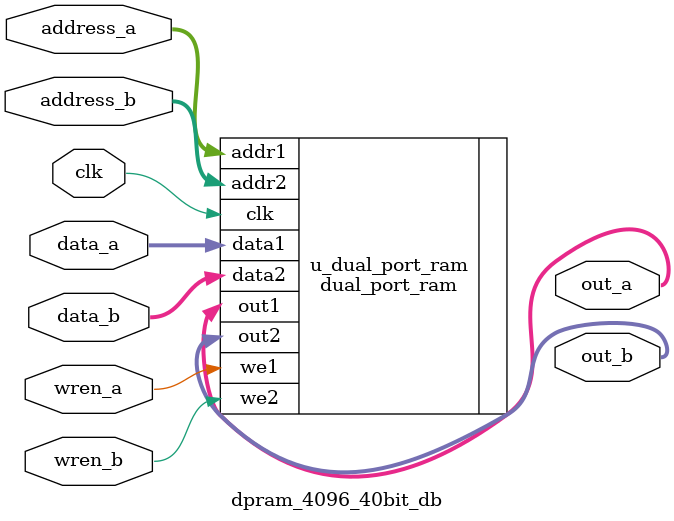
<source format=v>
module dbram_4096_40bit (
    clk,
    address_a,
    address_b,
    wren_a,
    wren_b,
    data_a,
    data_b,
    out_a,
    out_b
); 

parameter AWIDTH=12;
parameter NUM_WORDS=4096;
parameter DWIDTH=40;
input clk;
input [(AWIDTH-1):0] address_a;
input [(AWIDTH-1):0] address_b;
input  wren_a;
input  wren_b;
input [(DWIDTH-1):0] data_a;
input [(DWIDTH-1):0] data_b;
output reg [(DWIDTH-1):0] out_a;
output reg [(DWIDTH-1):0] out_b;

reg count; 

always@(posedge clk) begin 

if (reset) begin 
	count <= 1'b0; 
end
else begin 
	count <= count + 1'b1; 
end

end

wire [(AWIDTH-1):0] address_a1,address_a2;
wire [(AWIDTH-1):0] address_b1,address_b2;
wire  wren_a1,wren_a2;
wire  wren_b1,wren_b2;
wire [(DWIDTH-1):0] data_a1,data_a2;
wire [(DWIDTH-1):0] data_b1,data_b2;
wire [(DWIDTH-1):0] out_a1,out_a2;
wire [(DWIDTH-1):0] out_b1,out_b2;

assign address_a = count?address_a1:address_a2; 
assign address_b = count?address_b1:address_b2;
assign wren_a = count?wren_a1:wren_a2;
assign wren_b = count?wren_b1:wren_b2;
assign data_a = count?data_a1:data_a2;
assign data_b = count?data_b1:data_b2;
assign out_a = count?out_a1:out_a2;
assign out_b = count?out_b1:out_b2;

dpram_4096_40bit_db inst1(.clk(clk),.address_a(address_a1),.address_b(address_b1),.wren_a(wren_a1),.wren_b(wren_b1),.data_a(data_a1),.data_b(data_b1),.out_a(out_a1),.out_b(out_b1));
dpram_4096_40bit_db inst2(.clk(clk),.address_a(address_a2),.address_b(address_b2),.wren_a(wren_a2),.wren_b(wren_b2),.data_a(data_a2),.data_b(data_b2),.out_a(out_a2),.out_b(out_b2));


endmodule

module dpram_4096_40bit_db (
    clk,
    address_a,
    address_b,
    wren_a,
    wren_b,
    data_a,
    data_b,
    out_a,
    out_b
);
parameter AWIDTH=12;
parameter NUM_WORDS=4096;
parameter DWIDTH=40;
input clk;
input [(AWIDTH-1):0] address_a;
input [(AWIDTH-1):0] address_b;
input  wren_a;
input  wren_b;
input [(DWIDTH-1):0] data_a;
input [(DWIDTH-1):0] data_b;
output reg [(DWIDTH-1):0] out_a;
output reg [(DWIDTH-1):0] out_b;

`ifdef SIMULATION_MEMORY

reg [DWIDTH-1:0] ram[NUM_WORDS-1:0];
always @ (posedge clk) begin 
  if (wren_a) begin
      ram[address_a] <= data_a;
  end
  else begin
      out_a <= ram[address_a];
  end
end
  
always @ (posedge clk) begin 
  if (wren_b) begin
      ram[address_b] <= data_b;
  end 
  else begin
      out_b <= ram[address_b];
  end
end

`else

dual_port_ram u_dual_port_ram(
.addr1(address_a),
.we1(wren_a),
.data1(data_a),
.out1(out_a),
.addr2(address_b),
.we2(wren_b),
.data2(data_b),
.out2(out_b),
.clk(clk)
);

`endif
endmodule

</source>
